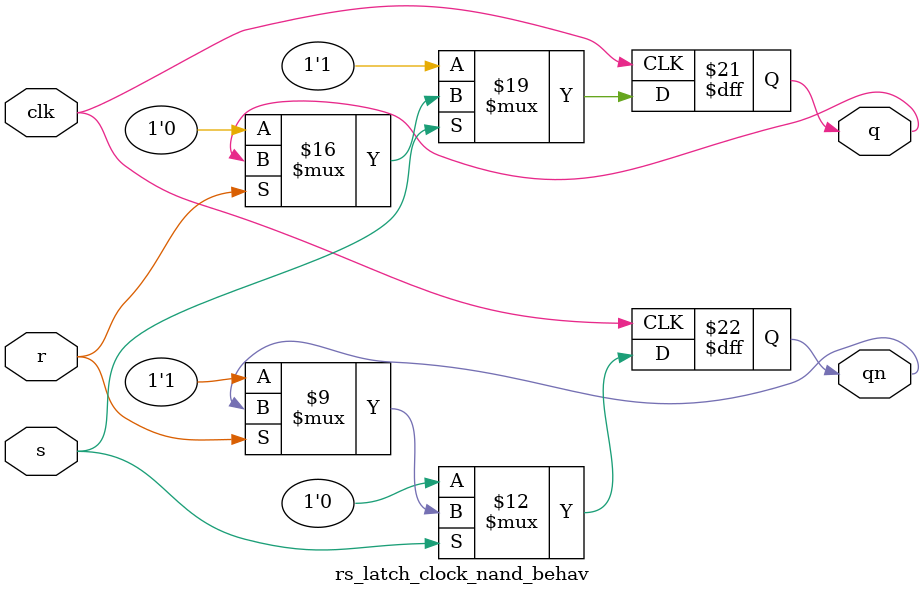
<source format=v>
module rs_latch_clock_nand_behav(r,s,q,qn,clk);
  input r,s,clk;
  output reg q, qn;

  always @ (posedge clk)
    begin
      if(s==0)
        begin
          q <= 1;
          qn <= 0;
        end
      else if(r==0)
        begin
          q <= 0;
          qn <= 1;
        end
      else if(s==1 & r==1)
        begin
          q <= q;
          qn <= qn;
        end
      //else if(s==0 & s==0)
    end
endmodule

</source>
